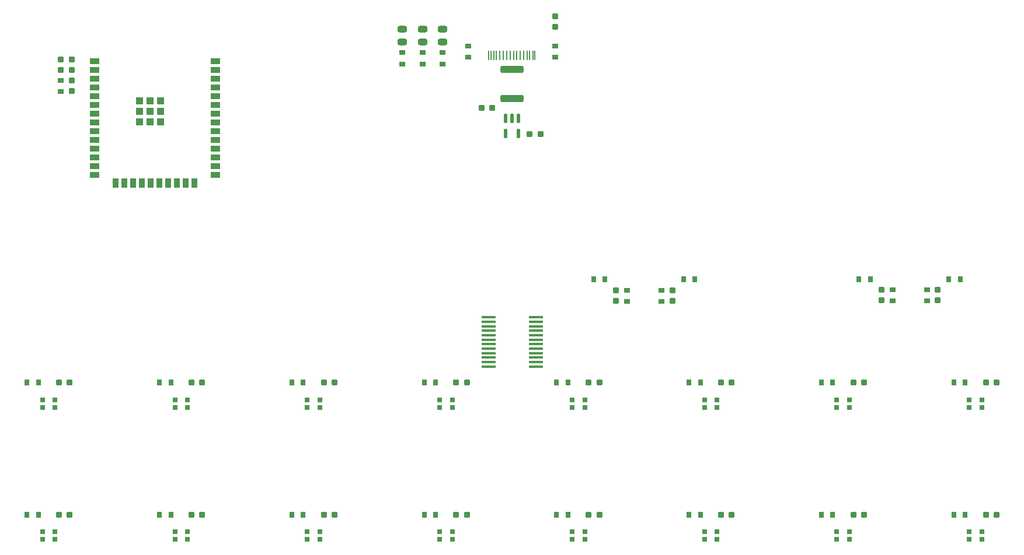
<source format=gbr>
%TF.GenerationSoftware,KiCad,Pcbnew,8.0.1-8.0.1-1~ubuntu22.04.1*%
%TF.CreationDate,2024-04-27T07:34:54-05:00*%
%TF.ProjectId,Universal Control Box,556e6976-6572-4736-916c-20436f6e7472,rev?*%
%TF.SameCoordinates,Original*%
%TF.FileFunction,Paste,Top*%
%TF.FilePolarity,Positive*%
%FSLAX46Y46*%
G04 Gerber Fmt 4.6, Leading zero omitted, Abs format (unit mm)*
G04 Created by KiCad (PCBNEW 8.0.1-8.0.1-1~ubuntu22.04.1) date 2024-04-27 07:34:54*
%MOMM*%
%LPD*%
G01*
G04 APERTURE LIST*
G04 Aperture macros list*
%AMRoundRect*
0 Rectangle with rounded corners*
0 $1 Rounding radius*
0 $2 $3 $4 $5 $6 $7 $8 $9 X,Y pos of 4 corners*
0 Add a 4 corners polygon primitive as box body*
4,1,4,$2,$3,$4,$5,$6,$7,$8,$9,$2,$3,0*
0 Add four circle primitives for the rounded corners*
1,1,$1+$1,$2,$3*
1,1,$1+$1,$4,$5*
1,1,$1+$1,$6,$7*
1,1,$1+$1,$8,$9*
0 Add four rect primitives between the rounded corners*
20,1,$1+$1,$2,$3,$4,$5,0*
20,1,$1+$1,$4,$5,$6,$7,0*
20,1,$1+$1,$6,$7,$8,$9,0*
20,1,$1+$1,$8,$9,$2,$3,0*%
G04 Aperture macros list end*
%ADD10RoundRect,0.233750X-0.446250X0.233750X-0.446250X-0.233750X0.446250X-0.233750X0.446250X0.233750X0*%
%ADD11RoundRect,0.233750X0.446250X-0.233750X0.446250X0.233750X-0.446250X0.233750X-0.446250X-0.233750X0*%
%ADD12R,0.660000X0.660000*%
%ADD13RoundRect,0.190000X0.265000X-0.190000X0.265000X0.190000X-0.265000X0.190000X-0.265000X-0.190000X0*%
%ADD14RoundRect,0.190000X0.190000X0.265000X-0.190000X0.265000X-0.190000X-0.265000X0.190000X-0.265000X0*%
%ADD15RoundRect,0.215000X0.215000X0.240000X-0.215000X0.240000X-0.215000X-0.240000X0.215000X-0.240000X0*%
%ADD16R,1.460000X0.860000*%
%ADD17R,0.860000X1.460000*%
%ADD18R,1.010000X1.010000*%
%ADD19RoundRect,0.190000X-0.265000X0.190000X-0.265000X-0.190000X0.265000X-0.190000X0.265000X0.190000X0*%
%ADD20RoundRect,0.215000X-0.240000X0.215000X-0.240000X-0.215000X0.240000X-0.215000X0.240000X0.215000X0*%
%ADD21RoundRect,0.140000X-0.140000X0.502500X-0.140000X-0.502500X0.140000X-0.502500X0.140000X0.502500X0*%
%ADD22RoundRect,0.215000X-0.215000X-0.240000X0.215000X-0.240000X0.215000X0.240000X-0.215000X0.240000X0*%
%ADD23R,2.017400X0.391800*%
%ADD24RoundRect,0.215000X0.240000X-0.215000X0.240000X0.215000X-0.240000X0.215000X-0.240000X-0.215000X0*%
%ADD25RoundRect,0.190000X-0.190000X-0.265000X0.190000X-0.265000X0.190000X0.265000X-0.190000X0.265000X0*%
%ADD26R,0.260000X1.360000*%
%ADD27RoundRect,0.241111X-1.438889X0.301389X-1.438889X-0.301389X1.438889X-0.301389X1.438889X0.301389X0*%
%ADD28RoundRect,0.208750X-0.246250X0.208750X-0.246250X-0.208750X0.246250X-0.208750X0.246250X0.208750X0*%
G04 APERTURE END LIST*
D10*
%TO.C,D103*%
X156700000Y-29962500D03*
X156700000Y-31837500D03*
%TD*%
D11*
%TO.C,D102*%
X153800000Y-31837500D03*
X153800000Y-29962500D03*
%TD*%
D10*
%TO.C,D101*%
X150800000Y-29962500D03*
X150800000Y-31837500D03*
%TD*%
D12*
%TO.C,SW306*%
X194650000Y-84900000D03*
X196480000Y-84900000D03*
X194650000Y-83800000D03*
X196480000Y-83800000D03*
%TD*%
%TO.C,SW311*%
X137050000Y-104100000D03*
X138880000Y-104100000D03*
X137050000Y-103000000D03*
X138880000Y-103000000D03*
%TD*%
D13*
%TO.C,R204*%
X188400000Y-69550000D03*
X188400000Y-67900000D03*
%TD*%
D14*
%TO.C,R313*%
X174850000Y-100500000D03*
X173200000Y-100500000D03*
%TD*%
D15*
%TO.C,C314*%
X198600000Y-100500000D03*
X197050000Y-100500000D03*
%TD*%
%TO.C,C306*%
X198600000Y-81300000D03*
X197050000Y-81300000D03*
%TD*%
D16*
%TO.C,U101*%
X106200000Y-34600000D03*
X106200000Y-35870000D03*
X106200000Y-37140000D03*
X106200000Y-38410000D03*
X106200000Y-39680000D03*
X106200000Y-40950000D03*
X106200000Y-42220000D03*
X106200000Y-43490000D03*
X106200000Y-44760000D03*
X106200000Y-46030000D03*
X106200000Y-47300000D03*
X106200000Y-48570000D03*
X106200000Y-49840000D03*
X106200000Y-51110000D03*
D17*
X109240000Y-52360000D03*
X110510000Y-52360000D03*
X111780000Y-52360000D03*
X113050000Y-52360000D03*
X114320000Y-52360000D03*
X115590000Y-52360000D03*
X116860000Y-52360000D03*
X118130000Y-52360000D03*
X119400000Y-52360000D03*
X120670000Y-52360000D03*
D16*
X123700000Y-51110000D03*
X123700000Y-49840000D03*
X123700000Y-48570000D03*
X123700000Y-47300000D03*
X123700000Y-46030000D03*
X123700000Y-44760000D03*
X123700000Y-43490000D03*
X123700000Y-42220000D03*
X123700000Y-40950000D03*
X123700000Y-39680000D03*
X123700000Y-38410000D03*
X123700000Y-37140000D03*
X123700000Y-35870000D03*
X123700000Y-34600000D03*
D18*
X112745000Y-40415000D03*
X112745000Y-41940000D03*
X112745000Y-43465000D03*
X114270000Y-40415000D03*
X114270000Y-41940000D03*
X114270000Y-43465000D03*
X115795000Y-40415000D03*
X115795000Y-41940000D03*
X115795000Y-43465000D03*
%TD*%
D14*
%TO.C,R310*%
X117250000Y-100500000D03*
X115600000Y-100500000D03*
%TD*%
D19*
%TO.C,R102*%
X160400000Y-32400000D03*
X160400000Y-34050000D03*
%TD*%
D12*
%TO.C,SW309*%
X98650000Y-104100000D03*
X100480000Y-104100000D03*
X98650000Y-103000000D03*
X100480000Y-103000000D03*
%TD*%
D20*
%TO.C,C102*%
X101300000Y-34350000D03*
X101300000Y-35900000D03*
%TD*%
%TO.C,C201*%
X181800000Y-67900000D03*
X181800000Y-69450000D03*
%TD*%
D19*
%TO.C,R104*%
X150800000Y-33400000D03*
X150800000Y-35050000D03*
%TD*%
D15*
%TO.C,C305*%
X179400000Y-81300000D03*
X177850000Y-81300000D03*
%TD*%
D12*
%TO.C,SW305*%
X175450000Y-84900000D03*
X177280000Y-84900000D03*
X175450000Y-83800000D03*
X177280000Y-83800000D03*
%TD*%
D21*
%TO.C,U103*%
X167700000Y-42900000D03*
X166750000Y-42900000D03*
X165800000Y-42900000D03*
X165800000Y-45175000D03*
X167700000Y-45175000D03*
%TD*%
D14*
%TO.C,R312*%
X155650000Y-100500000D03*
X154000000Y-100500000D03*
%TD*%
D12*
%TO.C,SW314*%
X194650000Y-104100000D03*
X196480000Y-104100000D03*
X194650000Y-103000000D03*
X196480000Y-103000000D03*
%TD*%
%TO.C,SW316*%
X233050000Y-104100000D03*
X234880000Y-104100000D03*
X233050000Y-103000000D03*
X234880000Y-103000000D03*
%TD*%
%TO.C,SW301*%
X98650000Y-84900000D03*
X100480000Y-84900000D03*
X98650000Y-83800000D03*
X100480000Y-83800000D03*
%TD*%
D22*
%TO.C,C104*%
X162350000Y-41400000D03*
X163900000Y-41400000D03*
%TD*%
D13*
%TO.C,R101*%
X101300000Y-39050000D03*
X101300000Y-37400000D03*
%TD*%
D15*
%TO.C,C301*%
X102600000Y-81300000D03*
X101050000Y-81300000D03*
%TD*%
D13*
%TO.C,R105*%
X153800000Y-35050000D03*
X153800000Y-33400000D03*
%TD*%
D14*
%TO.C,R311*%
X136450000Y-100500000D03*
X134800000Y-100500000D03*
%TD*%
D15*
%TO.C,C303*%
X141000000Y-81300000D03*
X139450000Y-81300000D03*
%TD*%
%TO.C,C311*%
X141000000Y-100500000D03*
X139450000Y-100500000D03*
%TD*%
D12*
%TO.C,SW303*%
X137050000Y-84900000D03*
X138880000Y-84900000D03*
X137050000Y-83800000D03*
X138880000Y-83800000D03*
%TD*%
%TO.C,SW307*%
X213850000Y-84900000D03*
X215680000Y-84900000D03*
X213850000Y-83800000D03*
X215680000Y-83800000D03*
%TD*%
D23*
%TO.C,U102*%
X163321000Y-71825001D03*
X163321000Y-72475000D03*
X163321000Y-73124998D03*
X163321000Y-73774999D03*
X163321000Y-74424998D03*
X163321000Y-75074999D03*
X163321000Y-75724998D03*
X163321000Y-76374999D03*
X163321000Y-77024998D03*
X163321000Y-77674999D03*
X163321000Y-78324998D03*
X163321000Y-78974999D03*
X170179000Y-78974999D03*
X170179000Y-78325000D03*
X170179000Y-77674999D03*
X170179000Y-77025001D03*
X170179000Y-76374999D03*
X170179000Y-75725001D03*
X170179000Y-75075002D03*
X170179000Y-74425001D03*
X170179000Y-73775002D03*
X170179000Y-73125001D03*
X170179000Y-72475002D03*
X170179000Y-71825001D03*
%TD*%
D13*
%TO.C,R208*%
X226900000Y-69450000D03*
X226900000Y-67800000D03*
%TD*%
D20*
%TO.C,C202*%
X190000000Y-67900000D03*
X190000000Y-69450000D03*
%TD*%
D14*
%TO.C,R315*%
X213250000Y-100500000D03*
X211600000Y-100500000D03*
%TD*%
%TO.C,R203*%
X193250000Y-66300000D03*
X191600000Y-66300000D03*
%TD*%
D15*
%TO.C,C302*%
X121800000Y-81300000D03*
X120250000Y-81300000D03*
%TD*%
D22*
%TO.C,C105*%
X169300000Y-45200000D03*
X170850000Y-45200000D03*
%TD*%
D14*
%TO.C,R308*%
X232450000Y-81300000D03*
X230800000Y-81300000D03*
%TD*%
D15*
%TO.C,C316*%
X237000000Y-100500000D03*
X235450000Y-100500000D03*
%TD*%
D14*
%TO.C,R314*%
X194050000Y-100500000D03*
X192400000Y-100500000D03*
%TD*%
D20*
%TO.C,C101*%
X102900000Y-37400000D03*
X102900000Y-38950000D03*
%TD*%
D12*
%TO.C,SW302*%
X117850000Y-84900000D03*
X119680000Y-84900000D03*
X117850000Y-83800000D03*
X119680000Y-83800000D03*
%TD*%
D15*
%TO.C,C308*%
X237000000Y-81300000D03*
X235450000Y-81300000D03*
%TD*%
D24*
%TO.C,C103*%
X102900000Y-35900000D03*
X102900000Y-34350000D03*
%TD*%
D15*
%TO.C,C307*%
X217800000Y-81300000D03*
X216250000Y-81300000D03*
%TD*%
D19*
%TO.C,R106*%
X156700000Y-33400000D03*
X156700000Y-35050000D03*
%TD*%
D12*
%TO.C,SW315*%
X213850000Y-104100000D03*
X215680000Y-104100000D03*
X213850000Y-103000000D03*
X215680000Y-103000000D03*
%TD*%
D15*
%TO.C,C312*%
X160200000Y-100500000D03*
X158650000Y-100500000D03*
%TD*%
D25*
%TO.C,R202*%
X178550000Y-66300000D03*
X180200000Y-66300000D03*
%TD*%
D14*
%TO.C,R207*%
X231750000Y-66300000D03*
X230100000Y-66300000D03*
%TD*%
D15*
%TO.C,C309*%
X102600000Y-100500000D03*
X101050000Y-100500000D03*
%TD*%
D14*
%TO.C,R305*%
X174850000Y-81300000D03*
X173200000Y-81300000D03*
%TD*%
D19*
%TO.C,R201*%
X183400000Y-67900000D03*
X183400000Y-69550000D03*
%TD*%
D14*
%TO.C,R309*%
X98050000Y-100500000D03*
X96400000Y-100500000D03*
%TD*%
D26*
%TO.C,J103*%
X170050000Y-33750000D03*
X169250000Y-33750000D03*
X167950000Y-33750000D03*
X166950000Y-33750000D03*
X166450000Y-33750000D03*
X165450000Y-33750000D03*
X164150000Y-33750000D03*
X163350000Y-33750000D03*
X163650000Y-33750000D03*
X164450000Y-33750000D03*
X164950000Y-33750000D03*
X165950000Y-33750000D03*
X167450000Y-33750000D03*
X168450000Y-33750000D03*
X168950000Y-33750000D03*
X169750000Y-33750000D03*
%TD*%
D14*
%TO.C,R307*%
X213250000Y-81300000D03*
X211600000Y-81300000D03*
%TD*%
D12*
%TO.C,SW310*%
X117850000Y-104100000D03*
X119680000Y-104100000D03*
X117850000Y-103000000D03*
X119680000Y-103000000D03*
%TD*%
D15*
%TO.C,C304*%
X160200000Y-81300000D03*
X158650000Y-81300000D03*
%TD*%
D14*
%TO.C,R316*%
X232450000Y-100500000D03*
X230800000Y-100500000D03*
%TD*%
%TO.C,R304*%
X155650000Y-81300000D03*
X154000000Y-81300000D03*
%TD*%
%TO.C,R303*%
X136450000Y-81300000D03*
X134800000Y-81300000D03*
%TD*%
D15*
%TO.C,C313*%
X179400000Y-100500000D03*
X177850000Y-100500000D03*
%TD*%
D12*
%TO.C,SW304*%
X156250000Y-84900000D03*
X158080000Y-84900000D03*
X156250000Y-83800000D03*
X158080000Y-83800000D03*
%TD*%
D27*
%TO.C,F101*%
X166700000Y-35800000D03*
X166700000Y-40075000D03*
%TD*%
D28*
%TO.C,L101*%
X173000000Y-28100000D03*
X173000000Y-29675000D03*
%TD*%
D14*
%TO.C,R306*%
X194050000Y-81300000D03*
X192400000Y-81300000D03*
%TD*%
D25*
%TO.C,R206*%
X217050000Y-66300000D03*
X218700000Y-66300000D03*
%TD*%
D19*
%TO.C,R205*%
X221900000Y-67800000D03*
X221900000Y-69450000D03*
%TD*%
D12*
%TO.C,SW312*%
X156250000Y-104100000D03*
X158080000Y-104100000D03*
X156250000Y-103000000D03*
X158080000Y-103000000D03*
%TD*%
D20*
%TO.C,C203*%
X220300000Y-67800000D03*
X220300000Y-69350000D03*
%TD*%
D15*
%TO.C,C310*%
X121800000Y-100500000D03*
X120250000Y-100500000D03*
%TD*%
D20*
%TO.C,C204*%
X228500000Y-67800000D03*
X228500000Y-69350000D03*
%TD*%
D12*
%TO.C,SW308*%
X233050000Y-84900000D03*
X234880000Y-84900000D03*
X233050000Y-83800000D03*
X234880000Y-83800000D03*
%TD*%
D14*
%TO.C,R302*%
X117250000Y-81300000D03*
X115600000Y-81300000D03*
%TD*%
D13*
%TO.C,R103*%
X173000000Y-34050000D03*
X173000000Y-32400000D03*
%TD*%
D14*
%TO.C,R301*%
X98050000Y-81300000D03*
X96400000Y-81300000D03*
%TD*%
D15*
%TO.C,C315*%
X217800000Y-100500000D03*
X216250000Y-100500000D03*
%TD*%
D12*
%TO.C,SW313*%
X175450000Y-104100000D03*
X177280000Y-104100000D03*
X175450000Y-103000000D03*
X177280000Y-103000000D03*
%TD*%
M02*

</source>
